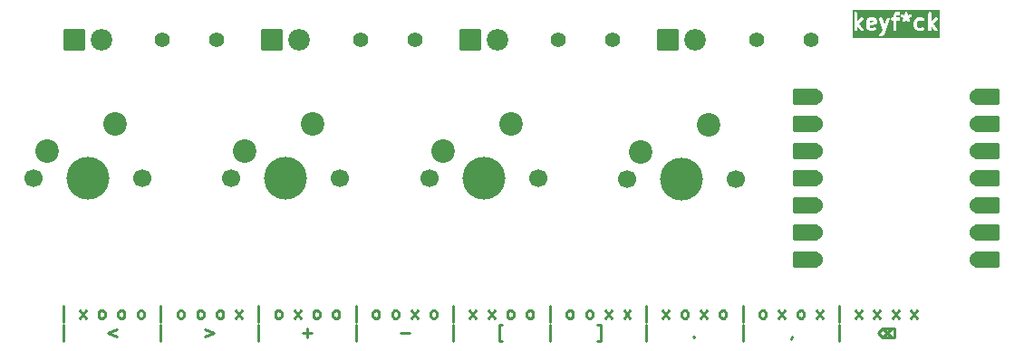
<source format=gts>
%TF.GenerationSoftware,KiCad,Pcbnew,9.0.6*%
%TF.CreationDate,2025-11-15T01:06:24+00:00*%
%TF.ProjectId,keyfrick,6b657966-7269-4636-9b2e-6b696361645f,rev?*%
%TF.SameCoordinates,Original*%
%TF.FileFunction,Soldermask,Top*%
%TF.FilePolarity,Negative*%
%FSLAX46Y46*%
G04 Gerber Fmt 4.6, Leading zero omitted, Abs format (unit mm)*
G04 Created by KiCad (PCBNEW 9.0.6) date 2025-11-15 01:06:24*
%MOMM*%
%LPD*%
G01*
G04 APERTURE LIST*
G04 Aperture macros list*
%AMRoundRect*
0 Rectangle with rounded corners*
0 $1 Rounding radius*
0 $2 $3 $4 $5 $6 $7 $8 $9 X,Y pos of 4 corners*
0 Add a 4 corners polygon primitive as box body*
4,1,4,$2,$3,$4,$5,$6,$7,$8,$9,$2,$3,0*
0 Add four circle primitives for the rounded corners*
1,1,$1+$1,$2,$3*
1,1,$1+$1,$4,$5*
1,1,$1+$1,$6,$7*
1,1,$1+$1,$8,$9*
0 Add four rect primitives between the rounded corners*
20,1,$1+$1,$2,$3,$4,$5,0*
20,1,$1+$1,$4,$5,$6,$7,0*
20,1,$1+$1,$6,$7,$8,$9,0*
20,1,$1+$1,$8,$9,$2,$3,0*%
G04 Aperture macros list end*
%ADD10C,0.300000*%
%ADD11C,0.275000*%
%ADD12C,1.700000*%
%ADD13C,4.000000*%
%ADD14C,2.200000*%
%ADD15C,1.400000*%
%ADD16C,2.019000*%
%ADD17RoundRect,0.102000X-0.907500X-0.907500X0.907500X-0.907500X0.907500X0.907500X-0.907500X0.907500X0*%
%ADD18RoundRect,0.152400X1.063600X0.609600X-1.063600X0.609600X-1.063600X-0.609600X1.063600X-0.609600X0*%
%ADD19C,1.524000*%
%ADD20RoundRect,0.152400X-1.063600X-0.609600X1.063600X-0.609600X1.063600X0.609600X-1.063600X0.609600X0*%
G04 APERTURE END LIST*
D10*
G36*
X177915922Y-45234060D02*
G01*
X177942097Y-45286411D01*
X177534868Y-45367857D01*
X177534868Y-45300523D01*
X177568099Y-45234060D01*
X177634564Y-45200828D01*
X177849458Y-45200828D01*
X177915922Y-45234060D01*
G37*
G36*
X184058455Y-46866317D02*
G01*
X175925343Y-46866317D01*
X175925343Y-46532066D01*
X178450331Y-46532066D01*
X178454479Y-46590446D01*
X178480654Y-46642795D01*
X178524869Y-46681142D01*
X178580391Y-46699650D01*
X178638771Y-46695502D01*
X178666235Y-46684992D01*
X178809092Y-46613564D01*
X178821685Y-46605636D01*
X178825345Y-46604121D01*
X178829464Y-46600739D01*
X178833978Y-46597899D01*
X178836574Y-46594905D01*
X178848076Y-46585466D01*
X178919505Y-46514037D01*
X178938160Y-46491306D01*
X178938516Y-46490445D01*
X178939166Y-46489780D01*
X178952711Y-46463680D01*
X179095568Y-46106536D01*
X179096354Y-46103824D01*
X179097557Y-46101278D01*
X179454700Y-45101279D01*
X179461829Y-45072750D01*
X179459283Y-45021564D01*
X179523464Y-45021564D01*
X179523464Y-45080092D01*
X179545862Y-45134164D01*
X179587246Y-45175548D01*
X179641318Y-45197946D01*
X179670582Y-45200828D01*
X179734867Y-45200828D01*
X179734867Y-46050828D01*
X179737749Y-46080092D01*
X179760147Y-46134164D01*
X179801531Y-46175548D01*
X179855603Y-46197946D01*
X179914131Y-46197946D01*
X179968203Y-46175548D01*
X180009587Y-46134164D01*
X180031985Y-46080092D01*
X180034867Y-46050828D01*
X180034867Y-45200828D01*
X180242010Y-45200828D01*
X180271274Y-45197946D01*
X180325346Y-45175548D01*
X180366730Y-45134164D01*
X180389128Y-45080092D01*
X180389128Y-45021564D01*
X180366730Y-44967492D01*
X180325346Y-44926108D01*
X180271274Y-44903710D01*
X180242010Y-44900828D01*
X180034867Y-44900828D01*
X180034867Y-44800524D01*
X180066305Y-44737647D01*
X180451689Y-44737647D01*
X180452403Y-44796170D01*
X180475458Y-44849963D01*
X180517344Y-44890841D01*
X180543444Y-44904386D01*
X180718859Y-44974552D01*
X180622010Y-45103685D01*
X180606757Y-45128825D01*
X180592232Y-45185522D01*
X180600509Y-45243459D01*
X180630328Y-45293821D01*
X180677150Y-45328938D01*
X180733847Y-45343463D01*
X180791784Y-45335186D01*
X180842146Y-45305367D01*
X180862010Y-45283685D01*
X180956296Y-45157970D01*
X181050582Y-45283685D01*
X181070446Y-45305367D01*
X181120808Y-45335186D01*
X181178745Y-45343463D01*
X181205760Y-45336542D01*
X181663439Y-45336542D01*
X181663439Y-45765114D01*
X181666321Y-45794378D01*
X181668383Y-45799356D01*
X181668765Y-45804732D01*
X181679275Y-45832196D01*
X181750703Y-45975053D01*
X181758630Y-45987646D01*
X181760146Y-45991306D01*
X181763527Y-45995425D01*
X181766368Y-45999939D01*
X181769361Y-46002535D01*
X181778801Y-46014037D01*
X181850230Y-46085466D01*
X181861734Y-46094907D01*
X181864329Y-46097899D01*
X181868838Y-46100737D01*
X181872961Y-46104121D01*
X181876622Y-46105637D01*
X181889214Y-46113564D01*
X182032072Y-46184992D01*
X182059535Y-46195502D01*
X182064910Y-46195883D01*
X182069889Y-46197946D01*
X182099153Y-46200828D01*
X182384867Y-46200828D01*
X182414131Y-46197946D01*
X182419109Y-46195883D01*
X182424485Y-46195502D01*
X182451948Y-46184992D01*
X182594807Y-46113564D01*
X182619692Y-46097899D01*
X182658039Y-46053685D01*
X182676547Y-45998162D01*
X182672399Y-45939782D01*
X182646225Y-45887433D01*
X182602010Y-45849086D01*
X182546488Y-45830578D01*
X182488107Y-45834726D01*
X182460644Y-45845235D01*
X182349458Y-45900828D01*
X182134563Y-45900828D01*
X182045149Y-45856121D01*
X182008144Y-45819116D01*
X181963439Y-45729704D01*
X181963439Y-45371951D01*
X182008144Y-45282540D01*
X182045149Y-45245535D01*
X182134563Y-45200828D01*
X182349457Y-45200828D01*
X182460643Y-45256421D01*
X182488106Y-45266931D01*
X182546486Y-45271079D01*
X182602009Y-45252571D01*
X182646224Y-45214225D01*
X182672399Y-45161876D01*
X182676547Y-45103495D01*
X182658039Y-45047973D01*
X182619693Y-45003758D01*
X182594807Y-44988093D01*
X182451949Y-44916664D01*
X182424486Y-44906154D01*
X182419108Y-44905771D01*
X182414131Y-44903710D01*
X182384867Y-44900828D01*
X182099153Y-44900828D01*
X182069889Y-44903710D01*
X182064908Y-44905773D01*
X182059534Y-44906155D01*
X182032070Y-44916664D01*
X181889214Y-44988093D01*
X181876620Y-44996020D01*
X181872961Y-44997536D01*
X181868840Y-45000917D01*
X181864328Y-45003758D01*
X181861731Y-45006751D01*
X181850231Y-45016190D01*
X181778802Y-45087618D01*
X181769362Y-45099120D01*
X181766368Y-45101717D01*
X181763526Y-45106231D01*
X181760147Y-45110349D01*
X181758631Y-45114007D01*
X181750703Y-45126603D01*
X181679275Y-45269460D01*
X181668765Y-45296924D01*
X181668383Y-45302299D01*
X181666321Y-45307278D01*
X181663439Y-45336542D01*
X181205760Y-45336542D01*
X181235442Y-45328938D01*
X181282264Y-45293821D01*
X181312083Y-45243459D01*
X181320360Y-45185522D01*
X181305835Y-45128825D01*
X181290582Y-45103685D01*
X181193731Y-44974551D01*
X181369148Y-44904385D01*
X181395248Y-44890841D01*
X181437135Y-44849963D01*
X181460189Y-44796170D01*
X181460903Y-44737647D01*
X181439167Y-44683305D01*
X181398289Y-44641419D01*
X181344495Y-44618364D01*
X181285972Y-44617650D01*
X181257731Y-44625842D01*
X181106296Y-44686415D01*
X181106296Y-44550828D01*
X183020581Y-44550828D01*
X183020581Y-46050828D01*
X183023463Y-46080092D01*
X183045861Y-46134164D01*
X183087245Y-46175548D01*
X183141317Y-46197946D01*
X183199845Y-46197946D01*
X183253917Y-46175548D01*
X183295301Y-46134164D01*
X183317699Y-46080092D01*
X183320581Y-46050828D01*
X183320581Y-45738922D01*
X183622010Y-46140828D01*
X183641874Y-46162510D01*
X183692236Y-46192329D01*
X183750173Y-46200606D01*
X183806870Y-46186081D01*
X183853692Y-46150964D01*
X183883511Y-46100602D01*
X183891788Y-46042665D01*
X183877263Y-45985968D01*
X183862010Y-45960828D01*
X183511495Y-45493474D01*
X183848076Y-45156894D01*
X183866731Y-45134163D01*
X183889128Y-45080091D01*
X183889128Y-45021565D01*
X183866731Y-44967492D01*
X183825346Y-44926107D01*
X183771273Y-44903710D01*
X183712747Y-44903710D01*
X183658675Y-44926107D01*
X183635944Y-44944762D01*
X183320581Y-45260125D01*
X183320581Y-44550828D01*
X183317699Y-44521564D01*
X183295301Y-44467492D01*
X183253917Y-44426108D01*
X183199845Y-44403710D01*
X183141317Y-44403710D01*
X183087245Y-44426108D01*
X183045861Y-44467492D01*
X183023463Y-44521564D01*
X183020581Y-44550828D01*
X181106296Y-44550828D01*
X181103414Y-44521564D01*
X181081016Y-44467492D01*
X181039632Y-44426108D01*
X180985560Y-44403710D01*
X180927032Y-44403710D01*
X180872960Y-44426108D01*
X180831576Y-44467492D01*
X180809178Y-44521564D01*
X180806296Y-44550828D01*
X180806296Y-44686415D01*
X180654862Y-44625842D01*
X180626620Y-44617650D01*
X180568097Y-44618364D01*
X180514304Y-44641419D01*
X180473426Y-44683305D01*
X180451689Y-44737647D01*
X180066305Y-44737647D01*
X180068099Y-44734059D01*
X180134563Y-44700828D01*
X180242010Y-44700828D01*
X180271274Y-44697946D01*
X180325346Y-44675548D01*
X180366730Y-44634164D01*
X180389128Y-44580092D01*
X180389128Y-44521564D01*
X180366730Y-44467492D01*
X180325346Y-44426108D01*
X180271274Y-44403710D01*
X180242010Y-44400828D01*
X180099153Y-44400828D01*
X180069889Y-44403710D01*
X180064908Y-44405773D01*
X180059534Y-44406155D01*
X180032070Y-44416664D01*
X179889214Y-44488093D01*
X179884319Y-44491173D01*
X179882012Y-44491943D01*
X179879137Y-44494435D01*
X179864328Y-44503758D01*
X179852004Y-44517967D01*
X179837797Y-44530289D01*
X179828477Y-44545094D01*
X179825981Y-44547973D01*
X179825210Y-44550284D01*
X179822132Y-44555175D01*
X179750703Y-44698032D01*
X179740194Y-44725495D01*
X179739812Y-44730869D01*
X179737749Y-44735850D01*
X179734867Y-44765114D01*
X179734867Y-44900828D01*
X179670582Y-44900828D01*
X179641318Y-44903710D01*
X179587246Y-44926108D01*
X179545862Y-44967492D01*
X179523464Y-45021564D01*
X179459283Y-45021564D01*
X179458922Y-45014295D01*
X179433868Y-44961403D01*
X179390479Y-44922123D01*
X179335361Y-44902438D01*
X179276906Y-44905345D01*
X179224014Y-44930399D01*
X179184734Y-44973788D01*
X179172178Y-45000378D01*
X178956296Y-45604847D01*
X178740414Y-45000378D01*
X178727858Y-44973788D01*
X178688578Y-44930399D01*
X178635686Y-44905345D01*
X178577231Y-44902438D01*
X178522113Y-44922123D01*
X178478724Y-44961403D01*
X178453670Y-45014295D01*
X178450763Y-45072750D01*
X178457892Y-45101278D01*
X178795943Y-46047822D01*
X178685601Y-46323676D01*
X178653155Y-46356122D01*
X178532071Y-46416664D01*
X178507186Y-46432329D01*
X178468839Y-46476544D01*
X178450331Y-46532066D01*
X175925343Y-46532066D01*
X175925343Y-44550828D01*
X176092010Y-44550828D01*
X176092010Y-46050828D01*
X176094892Y-46080092D01*
X176117290Y-46134164D01*
X176158674Y-46175548D01*
X176212746Y-46197946D01*
X176271274Y-46197946D01*
X176325346Y-46175548D01*
X176366730Y-46134164D01*
X176389128Y-46080092D01*
X176392010Y-46050828D01*
X176392010Y-45738922D01*
X176693439Y-46140828D01*
X176713303Y-46162510D01*
X176763665Y-46192329D01*
X176821602Y-46200606D01*
X176878299Y-46186081D01*
X176925121Y-46150964D01*
X176954940Y-46100602D01*
X176963217Y-46042665D01*
X176948692Y-45985968D01*
X176933439Y-45960828D01*
X176582924Y-45493474D01*
X176811285Y-45265114D01*
X177234868Y-45265114D01*
X177234868Y-45836542D01*
X177237750Y-45865806D01*
X177239812Y-45870784D01*
X177240194Y-45876160D01*
X177250704Y-45903623D01*
X177322132Y-46046482D01*
X177325211Y-46051374D01*
X177325982Y-46053685D01*
X177328477Y-46056562D01*
X177337797Y-46071367D01*
X177352003Y-46083688D01*
X177364329Y-46097900D01*
X177379133Y-46107218D01*
X177382011Y-46109714D01*
X177384322Y-46110484D01*
X177389215Y-46113564D01*
X177532073Y-46184993D01*
X177559536Y-46195502D01*
X177564911Y-46195883D01*
X177569890Y-46197946D01*
X177599154Y-46200828D01*
X177884868Y-46200828D01*
X177914132Y-46197946D01*
X177919110Y-46195883D01*
X177924486Y-46195502D01*
X177951950Y-46184992D01*
X178094807Y-46113564D01*
X178119693Y-46097899D01*
X178158039Y-46053684D01*
X178176547Y-45998162D01*
X178172399Y-45939782D01*
X178146225Y-45887433D01*
X178102010Y-45849086D01*
X178046487Y-45830578D01*
X177988107Y-45834726D01*
X177960644Y-45845236D01*
X177849458Y-45900828D01*
X177634563Y-45900828D01*
X177568100Y-45867597D01*
X177534868Y-45801133D01*
X177534868Y-45673798D01*
X178128417Y-45555089D01*
X178128418Y-45555089D01*
X178128418Y-45555088D01*
X178128572Y-45555058D01*
X178156702Y-45546493D01*
X178168913Y-45538314D01*
X178182490Y-45532691D01*
X178192991Y-45522189D01*
X178205332Y-45513925D01*
X178213484Y-45501697D01*
X178223874Y-45491307D01*
X178229556Y-45477587D01*
X178237796Y-45465229D01*
X178240648Y-45450811D01*
X178246272Y-45437235D01*
X178249154Y-45407971D01*
X178249154Y-45407819D01*
X178249155Y-45407814D01*
X178249154Y-45407809D01*
X178249154Y-45265114D01*
X178246272Y-45235850D01*
X178244208Y-45230869D01*
X178243827Y-45225495D01*
X178233318Y-45198031D01*
X178161889Y-45055175D01*
X178158808Y-45050280D01*
X178158039Y-45047973D01*
X178155546Y-45045098D01*
X178146224Y-45030289D01*
X178132014Y-45017965D01*
X178119693Y-45003758D01*
X178104887Y-44994438D01*
X178102009Y-44991942D01*
X178099697Y-44991171D01*
X178094807Y-44988093D01*
X177951950Y-44916664D01*
X177924487Y-44906155D01*
X177919112Y-44905773D01*
X177914132Y-44903710D01*
X177884868Y-44900828D01*
X177599154Y-44900828D01*
X177569890Y-44903710D01*
X177564912Y-44905771D01*
X177559535Y-44906154D01*
X177532072Y-44916664D01*
X177389214Y-44988093D01*
X177384319Y-44991173D01*
X177382012Y-44991943D01*
X177379137Y-44994435D01*
X177364328Y-45003758D01*
X177352005Y-45017966D01*
X177337797Y-45030289D01*
X177328474Y-45045098D01*
X177325982Y-45047973D01*
X177325212Y-45050280D01*
X177322132Y-45055175D01*
X177250704Y-45198032D01*
X177240194Y-45225496D01*
X177239812Y-45230871D01*
X177237750Y-45235850D01*
X177234868Y-45265114D01*
X176811285Y-45265114D01*
X176919505Y-45156894D01*
X176938160Y-45134163D01*
X176960557Y-45080091D01*
X176960557Y-45021565D01*
X176938160Y-44967492D01*
X176896775Y-44926107D01*
X176842702Y-44903710D01*
X176784176Y-44903710D01*
X176730104Y-44926107D01*
X176707373Y-44944762D01*
X176392010Y-45260125D01*
X176392010Y-44550828D01*
X176389128Y-44521564D01*
X176366730Y-44467492D01*
X176325346Y-44426108D01*
X176271274Y-44403710D01*
X176212746Y-44403710D01*
X176158674Y-44426108D01*
X176117290Y-44467492D01*
X176094892Y-44521564D01*
X176092010Y-44550828D01*
X175925343Y-44550828D01*
X175925343Y-44234161D01*
X184058455Y-44234161D01*
X184058455Y-46866317D01*
G37*
D11*
X102204730Y-73446809D02*
X102204730Y-71875381D01*
X103723777Y-73080142D02*
X104299968Y-72346809D01*
X103723777Y-72346809D02*
X104299968Y-73080142D01*
X105714253Y-73080142D02*
X105609491Y-73027762D01*
X105609491Y-73027762D02*
X105557110Y-72975381D01*
X105557110Y-72975381D02*
X105504729Y-72870619D01*
X105504729Y-72870619D02*
X105504729Y-72556333D01*
X105504729Y-72556333D02*
X105557110Y-72451571D01*
X105557110Y-72451571D02*
X105609491Y-72399190D01*
X105609491Y-72399190D02*
X105714253Y-72346809D01*
X105714253Y-72346809D02*
X105871396Y-72346809D01*
X105871396Y-72346809D02*
X105976158Y-72399190D01*
X105976158Y-72399190D02*
X106028539Y-72451571D01*
X106028539Y-72451571D02*
X106080920Y-72556333D01*
X106080920Y-72556333D02*
X106080920Y-72870619D01*
X106080920Y-72870619D02*
X106028539Y-72975381D01*
X106028539Y-72975381D02*
X105976158Y-73027762D01*
X105976158Y-73027762D02*
X105871396Y-73080142D01*
X105871396Y-73080142D02*
X105714253Y-73080142D01*
X107547586Y-73080142D02*
X107442824Y-73027762D01*
X107442824Y-73027762D02*
X107390443Y-72975381D01*
X107390443Y-72975381D02*
X107338062Y-72870619D01*
X107338062Y-72870619D02*
X107338062Y-72556333D01*
X107338062Y-72556333D02*
X107390443Y-72451571D01*
X107390443Y-72451571D02*
X107442824Y-72399190D01*
X107442824Y-72399190D02*
X107547586Y-72346809D01*
X107547586Y-72346809D02*
X107704729Y-72346809D01*
X107704729Y-72346809D02*
X107809491Y-72399190D01*
X107809491Y-72399190D02*
X107861872Y-72451571D01*
X107861872Y-72451571D02*
X107914253Y-72556333D01*
X107914253Y-72556333D02*
X107914253Y-72870619D01*
X107914253Y-72870619D02*
X107861872Y-72975381D01*
X107861872Y-72975381D02*
X107809491Y-73027762D01*
X107809491Y-73027762D02*
X107704729Y-73080142D01*
X107704729Y-73080142D02*
X107547586Y-73080142D01*
X109380919Y-73080142D02*
X109276157Y-73027762D01*
X109276157Y-73027762D02*
X109223776Y-72975381D01*
X109223776Y-72975381D02*
X109171395Y-72870619D01*
X109171395Y-72870619D02*
X109171395Y-72556333D01*
X109171395Y-72556333D02*
X109223776Y-72451571D01*
X109223776Y-72451571D02*
X109276157Y-72399190D01*
X109276157Y-72399190D02*
X109380919Y-72346809D01*
X109380919Y-72346809D02*
X109538062Y-72346809D01*
X109538062Y-72346809D02*
X109642824Y-72399190D01*
X109642824Y-72399190D02*
X109695205Y-72451571D01*
X109695205Y-72451571D02*
X109747586Y-72556333D01*
X109747586Y-72556333D02*
X109747586Y-72870619D01*
X109747586Y-72870619D02*
X109695205Y-72975381D01*
X109695205Y-72975381D02*
X109642824Y-73027762D01*
X109642824Y-73027762D02*
X109538062Y-73080142D01*
X109538062Y-73080142D02*
X109380919Y-73080142D01*
X111319014Y-73446809D02*
X111319014Y-71875381D01*
X113099966Y-73080142D02*
X112995204Y-73027762D01*
X112995204Y-73027762D02*
X112942823Y-72975381D01*
X112942823Y-72975381D02*
X112890442Y-72870619D01*
X112890442Y-72870619D02*
X112890442Y-72556333D01*
X112890442Y-72556333D02*
X112942823Y-72451571D01*
X112942823Y-72451571D02*
X112995204Y-72399190D01*
X112995204Y-72399190D02*
X113099966Y-72346809D01*
X113099966Y-72346809D02*
X113257109Y-72346809D01*
X113257109Y-72346809D02*
X113361871Y-72399190D01*
X113361871Y-72399190D02*
X113414252Y-72451571D01*
X113414252Y-72451571D02*
X113466633Y-72556333D01*
X113466633Y-72556333D02*
X113466633Y-72870619D01*
X113466633Y-72870619D02*
X113414252Y-72975381D01*
X113414252Y-72975381D02*
X113361871Y-73027762D01*
X113361871Y-73027762D02*
X113257109Y-73080142D01*
X113257109Y-73080142D02*
X113099966Y-73080142D01*
X114933299Y-73080142D02*
X114828537Y-73027762D01*
X114828537Y-73027762D02*
X114776156Y-72975381D01*
X114776156Y-72975381D02*
X114723775Y-72870619D01*
X114723775Y-72870619D02*
X114723775Y-72556333D01*
X114723775Y-72556333D02*
X114776156Y-72451571D01*
X114776156Y-72451571D02*
X114828537Y-72399190D01*
X114828537Y-72399190D02*
X114933299Y-72346809D01*
X114933299Y-72346809D02*
X115090442Y-72346809D01*
X115090442Y-72346809D02*
X115195204Y-72399190D01*
X115195204Y-72399190D02*
X115247585Y-72451571D01*
X115247585Y-72451571D02*
X115299966Y-72556333D01*
X115299966Y-72556333D02*
X115299966Y-72870619D01*
X115299966Y-72870619D02*
X115247585Y-72975381D01*
X115247585Y-72975381D02*
X115195204Y-73027762D01*
X115195204Y-73027762D02*
X115090442Y-73080142D01*
X115090442Y-73080142D02*
X114933299Y-73080142D01*
X116766632Y-73080142D02*
X116661870Y-73027762D01*
X116661870Y-73027762D02*
X116609489Y-72975381D01*
X116609489Y-72975381D02*
X116557108Y-72870619D01*
X116557108Y-72870619D02*
X116557108Y-72556333D01*
X116557108Y-72556333D02*
X116609489Y-72451571D01*
X116609489Y-72451571D02*
X116661870Y-72399190D01*
X116661870Y-72399190D02*
X116766632Y-72346809D01*
X116766632Y-72346809D02*
X116923775Y-72346809D01*
X116923775Y-72346809D02*
X117028537Y-72399190D01*
X117028537Y-72399190D02*
X117080918Y-72451571D01*
X117080918Y-72451571D02*
X117133299Y-72556333D01*
X117133299Y-72556333D02*
X117133299Y-72870619D01*
X117133299Y-72870619D02*
X117080918Y-72975381D01*
X117080918Y-72975381D02*
X117028537Y-73027762D01*
X117028537Y-73027762D02*
X116923775Y-73080142D01*
X116923775Y-73080142D02*
X116766632Y-73080142D01*
X118338060Y-73080142D02*
X118914251Y-72346809D01*
X118338060Y-72346809D02*
X118914251Y-73080142D01*
X120433298Y-73446809D02*
X120433298Y-71875381D01*
X122214250Y-73080142D02*
X122109488Y-73027762D01*
X122109488Y-73027762D02*
X122057107Y-72975381D01*
X122057107Y-72975381D02*
X122004726Y-72870619D01*
X122004726Y-72870619D02*
X122004726Y-72556333D01*
X122004726Y-72556333D02*
X122057107Y-72451571D01*
X122057107Y-72451571D02*
X122109488Y-72399190D01*
X122109488Y-72399190D02*
X122214250Y-72346809D01*
X122214250Y-72346809D02*
X122371393Y-72346809D01*
X122371393Y-72346809D02*
X122476155Y-72399190D01*
X122476155Y-72399190D02*
X122528536Y-72451571D01*
X122528536Y-72451571D02*
X122580917Y-72556333D01*
X122580917Y-72556333D02*
X122580917Y-72870619D01*
X122580917Y-72870619D02*
X122528536Y-72975381D01*
X122528536Y-72975381D02*
X122476155Y-73027762D01*
X122476155Y-73027762D02*
X122371393Y-73080142D01*
X122371393Y-73080142D02*
X122214250Y-73080142D01*
X123785678Y-73080142D02*
X124361869Y-72346809D01*
X123785678Y-72346809D02*
X124361869Y-73080142D01*
X125776154Y-73080142D02*
X125671392Y-73027762D01*
X125671392Y-73027762D02*
X125619011Y-72975381D01*
X125619011Y-72975381D02*
X125566630Y-72870619D01*
X125566630Y-72870619D02*
X125566630Y-72556333D01*
X125566630Y-72556333D02*
X125619011Y-72451571D01*
X125619011Y-72451571D02*
X125671392Y-72399190D01*
X125671392Y-72399190D02*
X125776154Y-72346809D01*
X125776154Y-72346809D02*
X125933297Y-72346809D01*
X125933297Y-72346809D02*
X126038059Y-72399190D01*
X126038059Y-72399190D02*
X126090440Y-72451571D01*
X126090440Y-72451571D02*
X126142821Y-72556333D01*
X126142821Y-72556333D02*
X126142821Y-72870619D01*
X126142821Y-72870619D02*
X126090440Y-72975381D01*
X126090440Y-72975381D02*
X126038059Y-73027762D01*
X126038059Y-73027762D02*
X125933297Y-73080142D01*
X125933297Y-73080142D02*
X125776154Y-73080142D01*
X127609487Y-73080142D02*
X127504725Y-73027762D01*
X127504725Y-73027762D02*
X127452344Y-72975381D01*
X127452344Y-72975381D02*
X127399963Y-72870619D01*
X127399963Y-72870619D02*
X127399963Y-72556333D01*
X127399963Y-72556333D02*
X127452344Y-72451571D01*
X127452344Y-72451571D02*
X127504725Y-72399190D01*
X127504725Y-72399190D02*
X127609487Y-72346809D01*
X127609487Y-72346809D02*
X127766630Y-72346809D01*
X127766630Y-72346809D02*
X127871392Y-72399190D01*
X127871392Y-72399190D02*
X127923773Y-72451571D01*
X127923773Y-72451571D02*
X127976154Y-72556333D01*
X127976154Y-72556333D02*
X127976154Y-72870619D01*
X127976154Y-72870619D02*
X127923773Y-72975381D01*
X127923773Y-72975381D02*
X127871392Y-73027762D01*
X127871392Y-73027762D02*
X127766630Y-73080142D01*
X127766630Y-73080142D02*
X127609487Y-73080142D01*
X129547582Y-73446809D02*
X129547582Y-71875381D01*
X131328534Y-73080142D02*
X131223772Y-73027762D01*
X131223772Y-73027762D02*
X131171391Y-72975381D01*
X131171391Y-72975381D02*
X131119010Y-72870619D01*
X131119010Y-72870619D02*
X131119010Y-72556333D01*
X131119010Y-72556333D02*
X131171391Y-72451571D01*
X131171391Y-72451571D02*
X131223772Y-72399190D01*
X131223772Y-72399190D02*
X131328534Y-72346809D01*
X131328534Y-72346809D02*
X131485677Y-72346809D01*
X131485677Y-72346809D02*
X131590439Y-72399190D01*
X131590439Y-72399190D02*
X131642820Y-72451571D01*
X131642820Y-72451571D02*
X131695201Y-72556333D01*
X131695201Y-72556333D02*
X131695201Y-72870619D01*
X131695201Y-72870619D02*
X131642820Y-72975381D01*
X131642820Y-72975381D02*
X131590439Y-73027762D01*
X131590439Y-73027762D02*
X131485677Y-73080142D01*
X131485677Y-73080142D02*
X131328534Y-73080142D01*
X133161867Y-73080142D02*
X133057105Y-73027762D01*
X133057105Y-73027762D02*
X133004724Y-72975381D01*
X133004724Y-72975381D02*
X132952343Y-72870619D01*
X132952343Y-72870619D02*
X132952343Y-72556333D01*
X132952343Y-72556333D02*
X133004724Y-72451571D01*
X133004724Y-72451571D02*
X133057105Y-72399190D01*
X133057105Y-72399190D02*
X133161867Y-72346809D01*
X133161867Y-72346809D02*
X133319010Y-72346809D01*
X133319010Y-72346809D02*
X133423772Y-72399190D01*
X133423772Y-72399190D02*
X133476153Y-72451571D01*
X133476153Y-72451571D02*
X133528534Y-72556333D01*
X133528534Y-72556333D02*
X133528534Y-72870619D01*
X133528534Y-72870619D02*
X133476153Y-72975381D01*
X133476153Y-72975381D02*
X133423772Y-73027762D01*
X133423772Y-73027762D02*
X133319010Y-73080142D01*
X133319010Y-73080142D02*
X133161867Y-73080142D01*
X134733295Y-73080142D02*
X135309486Y-72346809D01*
X134733295Y-72346809D02*
X135309486Y-73080142D01*
X136723771Y-73080142D02*
X136619009Y-73027762D01*
X136619009Y-73027762D02*
X136566628Y-72975381D01*
X136566628Y-72975381D02*
X136514247Y-72870619D01*
X136514247Y-72870619D02*
X136514247Y-72556333D01*
X136514247Y-72556333D02*
X136566628Y-72451571D01*
X136566628Y-72451571D02*
X136619009Y-72399190D01*
X136619009Y-72399190D02*
X136723771Y-72346809D01*
X136723771Y-72346809D02*
X136880914Y-72346809D01*
X136880914Y-72346809D02*
X136985676Y-72399190D01*
X136985676Y-72399190D02*
X137038057Y-72451571D01*
X137038057Y-72451571D02*
X137090438Y-72556333D01*
X137090438Y-72556333D02*
X137090438Y-72870619D01*
X137090438Y-72870619D02*
X137038057Y-72975381D01*
X137038057Y-72975381D02*
X136985676Y-73027762D01*
X136985676Y-73027762D02*
X136880914Y-73080142D01*
X136880914Y-73080142D02*
X136723771Y-73080142D01*
X138661866Y-73446809D02*
X138661866Y-71875381D01*
X140180913Y-73080142D02*
X140757104Y-72346809D01*
X140180913Y-72346809D02*
X140757104Y-73080142D01*
X141909484Y-73080142D02*
X142485675Y-72346809D01*
X141909484Y-72346809D02*
X142485675Y-73080142D01*
X143899960Y-73080142D02*
X143795198Y-73027762D01*
X143795198Y-73027762D02*
X143742817Y-72975381D01*
X143742817Y-72975381D02*
X143690436Y-72870619D01*
X143690436Y-72870619D02*
X143690436Y-72556333D01*
X143690436Y-72556333D02*
X143742817Y-72451571D01*
X143742817Y-72451571D02*
X143795198Y-72399190D01*
X143795198Y-72399190D02*
X143899960Y-72346809D01*
X143899960Y-72346809D02*
X144057103Y-72346809D01*
X144057103Y-72346809D02*
X144161865Y-72399190D01*
X144161865Y-72399190D02*
X144214246Y-72451571D01*
X144214246Y-72451571D02*
X144266627Y-72556333D01*
X144266627Y-72556333D02*
X144266627Y-72870619D01*
X144266627Y-72870619D02*
X144214246Y-72975381D01*
X144214246Y-72975381D02*
X144161865Y-73027762D01*
X144161865Y-73027762D02*
X144057103Y-73080142D01*
X144057103Y-73080142D02*
X143899960Y-73080142D01*
X145733293Y-73080142D02*
X145628531Y-73027762D01*
X145628531Y-73027762D02*
X145576150Y-72975381D01*
X145576150Y-72975381D02*
X145523769Y-72870619D01*
X145523769Y-72870619D02*
X145523769Y-72556333D01*
X145523769Y-72556333D02*
X145576150Y-72451571D01*
X145576150Y-72451571D02*
X145628531Y-72399190D01*
X145628531Y-72399190D02*
X145733293Y-72346809D01*
X145733293Y-72346809D02*
X145890436Y-72346809D01*
X145890436Y-72346809D02*
X145995198Y-72399190D01*
X145995198Y-72399190D02*
X146047579Y-72451571D01*
X146047579Y-72451571D02*
X146099960Y-72556333D01*
X146099960Y-72556333D02*
X146099960Y-72870619D01*
X146099960Y-72870619D02*
X146047579Y-72975381D01*
X146047579Y-72975381D02*
X145995198Y-73027762D01*
X145995198Y-73027762D02*
X145890436Y-73080142D01*
X145890436Y-73080142D02*
X145733293Y-73080142D01*
X147671388Y-73446809D02*
X147671388Y-71875381D01*
X149452340Y-73080142D02*
X149347578Y-73027762D01*
X149347578Y-73027762D02*
X149295197Y-72975381D01*
X149295197Y-72975381D02*
X149242816Y-72870619D01*
X149242816Y-72870619D02*
X149242816Y-72556333D01*
X149242816Y-72556333D02*
X149295197Y-72451571D01*
X149295197Y-72451571D02*
X149347578Y-72399190D01*
X149347578Y-72399190D02*
X149452340Y-72346809D01*
X149452340Y-72346809D02*
X149609483Y-72346809D01*
X149609483Y-72346809D02*
X149714245Y-72399190D01*
X149714245Y-72399190D02*
X149766626Y-72451571D01*
X149766626Y-72451571D02*
X149819007Y-72556333D01*
X149819007Y-72556333D02*
X149819007Y-72870619D01*
X149819007Y-72870619D02*
X149766626Y-72975381D01*
X149766626Y-72975381D02*
X149714245Y-73027762D01*
X149714245Y-73027762D02*
X149609483Y-73080142D01*
X149609483Y-73080142D02*
X149452340Y-73080142D01*
X151285673Y-73080142D02*
X151180911Y-73027762D01*
X151180911Y-73027762D02*
X151128530Y-72975381D01*
X151128530Y-72975381D02*
X151076149Y-72870619D01*
X151076149Y-72870619D02*
X151076149Y-72556333D01*
X151076149Y-72556333D02*
X151128530Y-72451571D01*
X151128530Y-72451571D02*
X151180911Y-72399190D01*
X151180911Y-72399190D02*
X151285673Y-72346809D01*
X151285673Y-72346809D02*
X151442816Y-72346809D01*
X151442816Y-72346809D02*
X151547578Y-72399190D01*
X151547578Y-72399190D02*
X151599959Y-72451571D01*
X151599959Y-72451571D02*
X151652340Y-72556333D01*
X151652340Y-72556333D02*
X151652340Y-72870619D01*
X151652340Y-72870619D02*
X151599959Y-72975381D01*
X151599959Y-72975381D02*
X151547578Y-73027762D01*
X151547578Y-73027762D02*
X151442816Y-73080142D01*
X151442816Y-73080142D02*
X151285673Y-73080142D01*
X152857101Y-73080142D02*
X153433292Y-72346809D01*
X152857101Y-72346809D02*
X153433292Y-73080142D01*
X154585672Y-73080142D02*
X155161863Y-72346809D01*
X154585672Y-72346809D02*
X155161863Y-73080142D01*
X156680910Y-73446809D02*
X156680910Y-71875381D01*
X158199957Y-73080142D02*
X158776148Y-72346809D01*
X158199957Y-72346809D02*
X158776148Y-73080142D01*
X160190433Y-73080142D02*
X160085671Y-73027762D01*
X160085671Y-73027762D02*
X160033290Y-72975381D01*
X160033290Y-72975381D02*
X159980909Y-72870619D01*
X159980909Y-72870619D02*
X159980909Y-72556333D01*
X159980909Y-72556333D02*
X160033290Y-72451571D01*
X160033290Y-72451571D02*
X160085671Y-72399190D01*
X160085671Y-72399190D02*
X160190433Y-72346809D01*
X160190433Y-72346809D02*
X160347576Y-72346809D01*
X160347576Y-72346809D02*
X160452338Y-72399190D01*
X160452338Y-72399190D02*
X160504719Y-72451571D01*
X160504719Y-72451571D02*
X160557100Y-72556333D01*
X160557100Y-72556333D02*
X160557100Y-72870619D01*
X160557100Y-72870619D02*
X160504719Y-72975381D01*
X160504719Y-72975381D02*
X160452338Y-73027762D01*
X160452338Y-73027762D02*
X160347576Y-73080142D01*
X160347576Y-73080142D02*
X160190433Y-73080142D01*
X161761861Y-73080142D02*
X162338052Y-72346809D01*
X161761861Y-72346809D02*
X162338052Y-73080142D01*
X163752337Y-73080142D02*
X163647575Y-73027762D01*
X163647575Y-73027762D02*
X163595194Y-72975381D01*
X163595194Y-72975381D02*
X163542813Y-72870619D01*
X163542813Y-72870619D02*
X163542813Y-72556333D01*
X163542813Y-72556333D02*
X163595194Y-72451571D01*
X163595194Y-72451571D02*
X163647575Y-72399190D01*
X163647575Y-72399190D02*
X163752337Y-72346809D01*
X163752337Y-72346809D02*
X163909480Y-72346809D01*
X163909480Y-72346809D02*
X164014242Y-72399190D01*
X164014242Y-72399190D02*
X164066623Y-72451571D01*
X164066623Y-72451571D02*
X164119004Y-72556333D01*
X164119004Y-72556333D02*
X164119004Y-72870619D01*
X164119004Y-72870619D02*
X164066623Y-72975381D01*
X164066623Y-72975381D02*
X164014242Y-73027762D01*
X164014242Y-73027762D02*
X163909480Y-73080142D01*
X163909480Y-73080142D02*
X163752337Y-73080142D01*
X165690432Y-73446809D02*
X165690432Y-71875381D01*
X167471384Y-73080142D02*
X167366622Y-73027762D01*
X167366622Y-73027762D02*
X167314241Y-72975381D01*
X167314241Y-72975381D02*
X167261860Y-72870619D01*
X167261860Y-72870619D02*
X167261860Y-72556333D01*
X167261860Y-72556333D02*
X167314241Y-72451571D01*
X167314241Y-72451571D02*
X167366622Y-72399190D01*
X167366622Y-72399190D02*
X167471384Y-72346809D01*
X167471384Y-72346809D02*
X167628527Y-72346809D01*
X167628527Y-72346809D02*
X167733289Y-72399190D01*
X167733289Y-72399190D02*
X167785670Y-72451571D01*
X167785670Y-72451571D02*
X167838051Y-72556333D01*
X167838051Y-72556333D02*
X167838051Y-72870619D01*
X167838051Y-72870619D02*
X167785670Y-72975381D01*
X167785670Y-72975381D02*
X167733289Y-73027762D01*
X167733289Y-73027762D02*
X167628527Y-73080142D01*
X167628527Y-73080142D02*
X167471384Y-73080142D01*
X169042812Y-73080142D02*
X169619003Y-72346809D01*
X169042812Y-72346809D02*
X169619003Y-73080142D01*
X171033288Y-73080142D02*
X170928526Y-73027762D01*
X170928526Y-73027762D02*
X170876145Y-72975381D01*
X170876145Y-72975381D02*
X170823764Y-72870619D01*
X170823764Y-72870619D02*
X170823764Y-72556333D01*
X170823764Y-72556333D02*
X170876145Y-72451571D01*
X170876145Y-72451571D02*
X170928526Y-72399190D01*
X170928526Y-72399190D02*
X171033288Y-72346809D01*
X171033288Y-72346809D02*
X171190431Y-72346809D01*
X171190431Y-72346809D02*
X171295193Y-72399190D01*
X171295193Y-72399190D02*
X171347574Y-72451571D01*
X171347574Y-72451571D02*
X171399955Y-72556333D01*
X171399955Y-72556333D02*
X171399955Y-72870619D01*
X171399955Y-72870619D02*
X171347574Y-72975381D01*
X171347574Y-72975381D02*
X171295193Y-73027762D01*
X171295193Y-73027762D02*
X171190431Y-73080142D01*
X171190431Y-73080142D02*
X171033288Y-73080142D01*
X172604716Y-73080142D02*
X173180907Y-72346809D01*
X172604716Y-72346809D02*
X173180907Y-73080142D01*
X174699954Y-73446809D02*
X174699954Y-71875381D01*
X176219001Y-73080142D02*
X176795192Y-72346809D01*
X176219001Y-72346809D02*
X176795192Y-73080142D01*
X177947572Y-73080142D02*
X178523763Y-72346809D01*
X177947572Y-72346809D02*
X178523763Y-73080142D01*
X179676143Y-73080142D02*
X180252334Y-72346809D01*
X179676143Y-72346809D02*
X180252334Y-73080142D01*
X181404714Y-73080142D02*
X181980905Y-72346809D01*
X181404714Y-72346809D02*
X181980905Y-73080142D01*
X102204730Y-75217747D02*
X102204730Y-73646319D01*
X107180920Y-74117747D02*
X106342824Y-74432033D01*
X106342824Y-74432033D02*
X107180920Y-74746319D01*
X111319014Y-75217747D02*
X111319014Y-73646319D01*
X115457108Y-74117747D02*
X116295204Y-74432033D01*
X116295204Y-74432033D02*
X115457108Y-74746319D01*
X120433298Y-75217747D02*
X120433298Y-73646319D01*
X124571392Y-74432033D02*
X125409488Y-74432033D01*
X124990440Y-74851080D02*
X124990440Y-74012985D01*
X129547582Y-75217747D02*
X129547582Y-73646319D01*
X133685676Y-74432033D02*
X134523772Y-74432033D01*
X138661866Y-75217747D02*
X138661866Y-73646319D01*
X143219008Y-75217747D02*
X142957103Y-75217747D01*
X142957103Y-75217747D02*
X142957103Y-73646319D01*
X142957103Y-73646319D02*
X143219008Y-73646319D01*
X147671388Y-75217747D02*
X147671388Y-73646319D01*
X152123768Y-75217747D02*
X152385673Y-75217747D01*
X152385673Y-75217747D02*
X152385673Y-73646319D01*
X152385673Y-73646319D02*
X152123768Y-73646319D01*
X156680910Y-75217747D02*
X156680910Y-73646319D01*
X161133290Y-74746319D02*
X161185671Y-74798700D01*
X161185671Y-74798700D02*
X161133290Y-74851080D01*
X161133290Y-74851080D02*
X161080909Y-74798700D01*
X161080909Y-74798700D02*
X161133290Y-74746319D01*
X161133290Y-74746319D02*
X161133290Y-74851080D01*
X165690433Y-75217747D02*
X165690433Y-73646319D01*
X170299956Y-74798700D02*
X170299956Y-74851080D01*
X170299956Y-74851080D02*
X170247575Y-74955842D01*
X170247575Y-74955842D02*
X170195194Y-75008223D01*
X174699956Y-75217747D02*
X174699956Y-73646319D01*
X179623765Y-74012985D02*
X178785670Y-74851080D01*
X178785670Y-74012985D02*
X179623765Y-74851080D01*
X179833289Y-74012985D02*
X178785670Y-74012985D01*
X178785670Y-74012985D02*
X178366622Y-74432033D01*
X178366622Y-74432033D02*
X178785670Y-74851080D01*
X178785670Y-74851080D02*
X179833289Y-74851080D01*
X179833289Y-74851080D02*
X179833289Y-74012985D01*
D12*
%TO.C,SW3*%
X136420000Y-60000000D03*
D13*
X141500000Y-60000000D03*
D12*
X146580000Y-60000000D03*
D14*
X144040000Y-54920000D03*
X137690000Y-57460000D03*
%TD*%
D15*
%TO.C,R3*%
X148460000Y-47000000D03*
X153540000Y-47000000D03*
%TD*%
D16*
%TO.C,D3*%
X142770000Y-47000000D03*
D17*
X140230000Y-47000000D03*
%TD*%
D12*
%TO.C,SW2*%
X117920000Y-60000000D03*
D13*
X123000000Y-60000000D03*
D12*
X128080000Y-60000000D03*
D14*
X125540000Y-54920000D03*
X119190000Y-57460000D03*
%TD*%
D15*
%TO.C,R2*%
X129960000Y-47000000D03*
X135040000Y-47000000D03*
%TD*%
D12*
%TO.C,SW1*%
X99420000Y-60000000D03*
D13*
X104500000Y-60000000D03*
D12*
X109580000Y-60000000D03*
D14*
X107040000Y-54920000D03*
X100690000Y-57460000D03*
%TD*%
D15*
%TO.C,R1*%
X111460000Y-47000000D03*
X116540000Y-47000000D03*
%TD*%
D16*
%TO.C,D1*%
X105770000Y-47000000D03*
D17*
X103230000Y-47000000D03*
%TD*%
D16*
%TO.C,D2*%
X124270000Y-47000000D03*
D17*
X121730000Y-47000000D03*
%TD*%
D18*
%TO.C,U1*%
X171545000Y-52380000D03*
D19*
X172380000Y-52380000D03*
D18*
X171545000Y-54920000D03*
D19*
X172380000Y-54920000D03*
D18*
X171545000Y-57460000D03*
D19*
X172380000Y-57460000D03*
D18*
X171545000Y-60000000D03*
D19*
X172380000Y-60000000D03*
D18*
X171545000Y-62540000D03*
D19*
X172380000Y-62540000D03*
D18*
X171545000Y-65080000D03*
D19*
X172380000Y-65080000D03*
D18*
X171545000Y-67620000D03*
D19*
X172380000Y-67620000D03*
X187620000Y-67620000D03*
D20*
X188455000Y-67620000D03*
D19*
X187620000Y-65080000D03*
D20*
X188455000Y-65080000D03*
D19*
X187620000Y-62540000D03*
D20*
X188455000Y-62540000D03*
D19*
X187620000Y-60000000D03*
D20*
X188455000Y-60000000D03*
D19*
X187620000Y-57460000D03*
D20*
X188455000Y-57460000D03*
D19*
X187620000Y-54920000D03*
D20*
X188455000Y-54920000D03*
D19*
X187620000Y-52380000D03*
D20*
X188455000Y-52380000D03*
%TD*%
D15*
%TO.C,R4*%
X166960000Y-47000000D03*
X172040000Y-47000000D03*
%TD*%
D16*
%TO.C,D4*%
X161270000Y-47000000D03*
D17*
X158730000Y-47000000D03*
%TD*%
D12*
%TO.C,SW4*%
X154920000Y-60040000D03*
D13*
X160000000Y-60040000D03*
D12*
X165080000Y-60040000D03*
D14*
X162540000Y-54960000D03*
X156190000Y-57500000D03*
%TD*%
M02*

</source>
